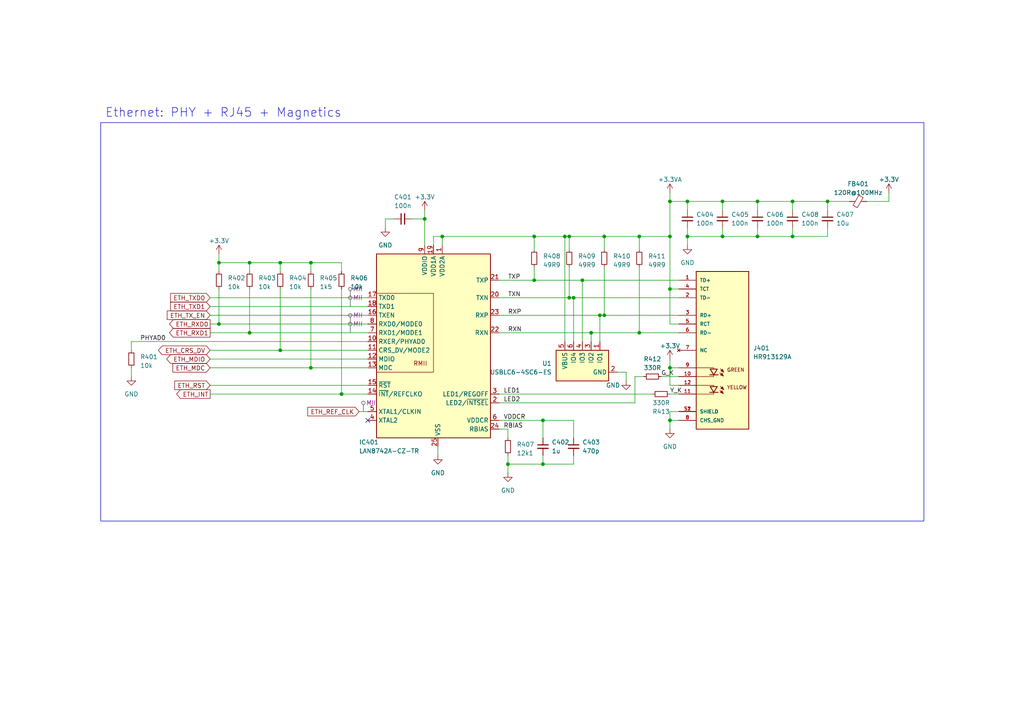
<source format=kicad_sch>
(kicad_sch (version 20230121) (generator eeschema)
  (paper "A4")
  (lib_symbols
    (symbol "Device:C_Small" (pin_numbers hide) (pin_names (offset 0.254) hide)
      (property "Reference" "C" (at 0.254 1.778 0))
      (property "Value" "C_Small" (at 0.254 -2.032 0))
      (symbol "C_Small_0_1"
        (polyline (pts (xy -1.524 -0.508) (xy 1.524 -0.508)) (stroke (width 0.3302)))
        (polyline (pts (xy -1.524 0.508) (xy 1.524 0.508)) (stroke (width 0.3048)))
      )
      (symbol "C_Small_1_1"
        (pin passive line (at 0 2.54 270) (length 2.032) (name "~") (number "1"))
        (pin passive line (at 0 -2.54 90) (length 2.032) (name "~") (number "2"))
      )
    )
    (symbol "Device:FerriteBead_Small" (pin_numbers hide) (pin_names (offset 0))
      (property "Reference" "FB" (at 1.905 1.27 0))
      (property "Value" "FerriteBead_Small" (at 1.905 -1.27 0))
      (symbol "FerriteBead_Small_0_1"
        (polyline (pts (xy 0 -1.27) (xy 0 -0.7874)))
        (polyline (pts (xy 0 0.889) (xy 0 1.2954)))
        (polyline (pts (xy -1.8288 0.2794) (xy -1.1176 1.4986) (xy 1.8288 -0.2032) (xy 1.1176 -1.4224) (xy -1.8288 0.2794)))
      )
      (symbol "FerriteBead_Small_1_1"
        (pin passive line (at 0 2.54 270) (length 1.27) (name "~") (number "1"))
        (pin passive line (at 0 -2.54 90) (length 1.27) (name "~") (number "2"))
      )
    )
    (symbol "Device:R_Small" (pin_numbers hide) (pin_names (offset 0.254) hide)
      (property "Reference" "R" (at 0.762 0.508 0))
      (property "Value" "R_Small" (at 0.762 -1.016 0))
      (symbol "R_Small_0_1"
        (rectangle (start -0.762 1.778) (end 0.762 -1.778) (stroke (width 0.2032)))
      )
      (symbol "R_Small_1_1"
        (pin passive line (at 0 2.54 270) (length 0.762) (name "~") (number "1"))
        (pin passive line (at 0 -2.54 90) (length 0.762) (name "~") (number "2"))
      )
    )
    (symbol "HR913129A:HR913129A" (pin_names (offset 1.016))
      (property "Reference" "J" (at -7.62 24.13 0))
      (property "Value" "HR913129A" (at -7.62 -24.13 0))
      (symbol "HR913129A_0_0"
        (rectangle (start -7.62 -22.86) (end 7.62 22.86) (stroke (width 0.254)) (fill (type background)))
        (polyline (pts (xy -7.62 -10.16) (xy -2.54 -10.16)) (stroke (width 0.1524)))
        (polyline (pts (xy -7.62 -5.08) (xy -2.54 -5.08)) (stroke (width 0.1524)))
        (polyline (pts (xy -3.683 -12.192) (xy -2.54 -12.192)) (stroke (width 0.254)))
        (polyline (pts (xy -3.683 -7.112) (xy -2.54 -7.112)) (stroke (width 0.254)))
        (polyline (pts (xy -3.556 -10.541) (xy -2.54 -12.192)) (stroke (width 0.254)))
        (polyline (pts (xy -3.556 -10.541) (xy -1.524 -10.541)) (stroke (width 0.254)))
        (polyline (pts (xy -3.556 -5.461) (xy -2.54 -7.112)) (stroke (width 0.254)))
        (polyline (pts (xy -3.556 -5.461) (xy -1.524 -5.461)) (stroke (width 0.254)))
        (polyline (pts (xy -2.54 -12.7) (xy -7.62 -12.7)) (stroke (width 0.1524)))
        (polyline (pts (xy -2.54 -12.319) (xy -2.54 -12.7)) (stroke (width 0.1524)))
        (polyline (pts (xy -2.54 -12.192) (xy -1.524 -10.541)) (stroke (width 0.254)))
        (polyline (pts (xy -2.54 -12.192) (xy -1.27 -12.192)) (stroke (width 0.254)))
        (polyline (pts (xy -2.54 -10.16) (xy -2.54 -10.414)) (stroke (width 0.1524)))
        (polyline (pts (xy -2.54 -7.62) (xy -7.62 -7.62)) (stroke (width 0.1524)))
        (polyline (pts (xy -2.54 -7.239) (xy -2.54 -7.62)) (stroke (width 0.1524)))
        (polyline (pts (xy -2.54 -7.112) (xy -1.524 -5.461)) (stroke (width 0.254)))
        (polyline (pts (xy -2.54 -7.112) (xy -1.27 -7.112)) (stroke (width 0.254)))
        (polyline (pts (xy -2.54 -5.08) (xy -2.54 -5.334)) (stroke (width 0.1524)))
        (polyline (pts (xy -0.762 -11.557) (xy 0.254 -12.573)) (stroke (width 0.1524)))
        (polyline (pts (xy -0.762 -6.477) (xy 0.254 -7.493)) (stroke (width 0.1524)))
        (polyline (pts (xy -0.635 -10.414) (xy 0.381 -11.43)) (stroke (width 0.1524)))
        (polyline (pts (xy -0.635 -5.334) (xy 0.381 -6.35)) (stroke (width 0.1524)))
        (polyline (pts (xy 0.254 -12.573) (xy -0.127 -11.684) (xy -0.635 -12.192) (xy 0.254 -12.573)) (stroke (width 0.1524)) (fill (type outline)))
        (polyline (pts (xy 0.254 -7.493) (xy -0.127 -6.604) (xy -0.635 -7.112) (xy 0.254 -7.493)) (stroke (width 0.1524)) (fill (type outline)))
        (polyline (pts (xy 0.381 -11.43) (xy 0 -10.541) (xy -0.508 -11.049) (xy 0.381 -11.43)) (stroke (width 0.1524)) (fill (type outline)))
        (polyline (pts (xy 0.381 -6.35) (xy 0 -5.461) (xy -0.508 -5.969) (xy 0.381 -6.35)) (stroke (width 0.1524)) (fill (type outline)))
        (text "GREEN" (at 1.27 -5.08 0) (effects (font (size 1.016 1.016)) (justify left top)))
        (text "YELLOW" (at 1.27 -10.16 0) (effects (font (size 1.016 1.016)) (justify left top)))
        (pin passive line (at -12.7 20.32 0) (length 5.08) (name "TD+") (number "1"))
        (pin passive line (at -12.7 -7.62 0) (length 5.08) (name "~") (number "10"))
        (pin passive line (at -12.7 -12.7 0) (length 5.08) (name "~") (number "11"))
        (pin passive line (at -12.7 -10.16 0) (length 5.08) (name "~") (number "12"))
        (pin passive line (at -12.7 15.24 0) (length 5.08) (name "TD-") (number "2"))
        (pin passive line (at -12.7 10.16 0) (length 5.08) (name "RD+") (number "3"))
        (pin passive line (at -12.7 17.78 0) (length 5.08) (name "TCT") (number "4"))
        (pin passive line (at -12.7 7.62 0) (length 5.08) (name "RCT") (number "5"))
        (pin passive line (at -12.7 5.08 0) (length 5.08) (name "RD-") (number "6"))
        (pin no_connect line (at -12.7 0 0) (length 5.08) (name "NC") (number "7"))
        (pin power_in line (at -12.7 -20.32 0) (length 5.08) (name "CHS_GND") (number "8"))
        (pin passive line (at -12.7 -5.08 0) (length 5.08) (name "~") (number "9"))
        (pin passive line (at -12.7 -17.78 0) (length 5.08) (name "SHIELD") (number "S1"))
        (pin passive line (at -12.7 -17.78 0) (length 5.08) (name "SHIELD") (number "S2"))
      )
    )
    (symbol "LAN8742A-CZ-TR:LAN8742A-CZ-TR"
      (property "Reference" "IC" (at 11.43 31.75 0))
      (property "Value" "LAN8742A-CZ-TR" (at 11.43 29.21 0))
      (symbol "LAN8742A-CZ-TR_0_0"
        (text "RMII" (at -3.81 -5.08 0) (effects (font (size 1.27 1.27))))
      )
      (symbol "LAN8742A-CZ-TR_0_1"
        (rectangle (start -16.51 26.67) (end 16.51 -26.67) (stroke (width 0.254)) (fill (type background)))
        (polyline (pts (xy -16.51 -7.62) (xy 0 -7.62) (xy 0 15.24) (xy -16.51 15.24)))
      )
      (symbol "LAN8742A-CZ-TR_1_1"
        (pin power_in line (at 2.54 29.21 270) (length 2.54) (name "VDD2A") (number "1"))
        (pin output line (at -19.05 1.27 0) (length 2.54) (name "RXER/PHYAD0") (number "10"))
        (pin bidirectional line (at -19.05 -1.27 0) (length 2.54) (name "CRS_DV/MODE2") (number "11"))
        (pin bidirectional line (at -19.05 -3.81 0) (length 2.54) (name "MDIO") (number "12"))
        (pin input line (at -19.05 -6.35 0) (length 2.54) (name "MDC") (number "13"))
        (pin output line (at -19.05 -13.97 0) (length 2.54) (name "~{INT}/REFCLKO") (number "14"))
        (pin input line (at -19.05 -11.43 0) (length 2.54) (name "~{RST}") (number "15"))
        (pin input line (at -19.05 8.89 0) (length 2.54) (name "TXEN") (number "16"))
        (pin input line (at -19.05 13.97 0) (length 2.54) (name "TXD0") (number "17"))
        (pin input line (at -19.05 11.43 0) (length 2.54) (name "TXD1") (number "18"))
        (pin power_in line (at 0 29.21 270) (length 2.54) (name "VDD1A") (number "19"))
        (pin bidirectional line (at 19.05 -16.51 180) (length 2.54) (name "LED2/~{INTSEL}") (number "2"))
        (pin passive line (at 19.05 13.97 180) (length 2.54) (name "TXN") (number "20"))
        (pin passive line (at 19.05 19.05 180) (length 2.54) (name "TXP") (number "21"))
        (pin passive line (at 19.05 3.81 180) (length 2.54) (name "RXN") (number "22"))
        (pin passive line (at 19.05 8.89 180) (length 2.54) (name "RXP") (number "23"))
        (pin passive line (at 19.05 -24.13 180) (length 2.54) (name "RBIAS") (number "24"))
        (pin power_in line (at 1.27 -29.21 90) (length 2.54) (name "VSS") (number "25"))
        (pin bidirectional line (at 19.05 -13.97 180) (length 2.54) (name "LED1/REGOFF") (number "3"))
        (pin output line (at -19.05 -21.59 0) (length 2.54) (name "XTAL2") (number "4"))
        (pin input line (at -19.05 -19.05 0) (length 2.54) (name "XTAL1/CLKIN") (number "5"))
        (pin power_in line (at 19.05 -21.59 180) (length 2.54) (name "VDDCR") (number "6"))
        (pin bidirectional line (at -19.05 3.81 0) (length 2.54) (name "RXD1/MODE1") (number "7"))
        (pin bidirectional line (at -19.05 6.35 0) (length 2.54) (name "RXD0/MODE0") (number "8"))
        (pin power_in line (at -2.54 29.21 270) (length 2.54) (name "VDDIO") (number "9"))
      )
    )
    (symbol "MSL_Symbols:USBLC6-4SC6-ES"
      (property "Reference" "U" (at 0 -6.35 0))
      (property "Value" "USBLC6-4SC6-ES" (at 0 -8.89 0))
      (symbol "USBLC6-4SC6-ES_1_1"
        (rectangle (start -7.62 5.08) (end 7.62 -3.81) (stroke (width 0.254)) (fill (type background)))
        (pin passive line (at -5.08 7.62 270) (length 2.54) (name "IO1") (number "1"))
        (pin passive line (at -10.16 -1.27 0) (length 2.54) (name "GND") (number "2"))
        (pin passive line (at -2.54 7.62 270) (length 2.54) (name "IO2") (number "3"))
        (pin passive line (at 0 7.62 270) (length 2.54) (name "IO3") (number "4"))
        (pin passive line (at 5.08 7.62 270) (length 2.54) (name "VBUS") (number "5"))
        (pin passive line (at 2.54 7.62 270) (length 2.54) (name "IO4") (number "6"))
      )
    )
    (symbol "power:+3.3V" (power) (pin_names (offset 0))
      (property "Value" "+3.3V" (at 0 3.556 0))
      (symbol "+3.3V_0_1"
        (polyline (pts (xy -0.762 1.27) (xy 0 2.54)))
        (polyline (pts (xy 0 0) (xy 0 2.54)))
        (polyline (pts (xy 0 2.54) (xy 0.762 1.27)))
      )
      (symbol "+3.3V_1_1"
        (pin power_in line (at 0 0 90) (length 0) hide (name "+3.3V") (number "1"))
      )
    )
    (symbol "power:+3.3VA" (power) (pin_names (offset 0))
      (property "Value" "+3.3VA" (at 0 3.556 0))
      (symbol "+3.3VA_0_1"
        (polyline (pts (xy -0.762 1.27) (xy 0 2.54)))
        (polyline (pts (xy 0 0) (xy 0 2.54)))
        (polyline (pts (xy 0 2.54) (xy 0.762 1.27)))
      )
      (symbol "+3.3VA_1_1"
        (pin power_in line (at 0 0 90) (length 0) hide (name "+3.3VA") (number "1"))
      )
    )
    (symbol "power:GND" (power) (pin_names (offset 0))
      (property "Value" "GND" (at 0 -3.81 0))
      (symbol "GND_0_1"
        (polyline (pts (xy 0 0) (xy 0 -1.27) (xy 1.27 -1.27) (xy 0 -2.54) (xy -1.27 -1.27) (xy 0 -1.27)))
      )
      (symbol "GND_1_1"
        (pin power_in line (at 0 0 270) (length 0) hide (name "GND") (number "1"))
      )
    )
  )
  (junction (at 165.1 86.36))
  (junction (at 128.27 68.58))
  (junction (at 229.87 58.42))
  (junction (at 81.28 101.6))
  (junction (at 154.94 68.58))
  (junction (at 99.06 114.3))
  (junction (at 147.32 134.62))
  (junction (at 209.55 68.58))
  (junction (at 157.48 121.92))
  (junction (at 185.42 96.52))
  (junction (at 168.91 81.28))
  (junction (at 194.31 106.68))
  (junction (at 154.94 81.28))
  (junction (at 171.45 96.52))
  (junction (at 199.39 58.42))
  (junction (at 175.26 91.44))
  (junction (at 90.17 106.68))
  (junction (at 173.99 91.44))
  (junction (at 72.39 76.2))
  (junction (at 175.26 68.58))
  (junction (at 194.31 83.82))
  (junction (at 219.71 58.42))
  (junction (at 72.39 96.52))
  (junction (at 165.1 68.58))
  (junction (at 194.31 68.58))
  (junction (at 166.37 86.36))
  (junction (at 157.48 134.62))
  (junction (at 194.31 121.92))
  (junction (at 240.03 58.42))
  (junction (at 199.39 68.58))
  (junction (at 219.71 68.58))
  (junction (at 185.42 68.58))
  (junction (at 81.28 76.2))
  (junction (at 63.5 93.98))
  (junction (at 90.17 76.2))
  (junction (at 194.31 58.42))
  (junction (at 123.19 63.5))
  (junction (at 229.87 68.58))
  (junction (at 63.5 76.2))
  (junction (at 163.83 68.58))
  (junction (at 209.55 58.42))
  (no_connect (at 106.68 121.92))
  (wire (pts (xy 194.31 93.98) (xy 194.31 83.82)))
  (wire (pts (xy 196.85 93.98) (xy 194.31 93.98)))
  (wire (pts (xy 125.73 68.58) (xy 128.27 68.58)))
  (wire (pts (xy 199.39 68.58) (xy 209.55 68.58)))
  (wire (pts (xy 60.96 101.6) (xy 81.28 101.6)))
  (wire (pts (xy 63.5 83.82) (xy 63.5 93.98)))
  (wire (pts (xy 81.28 83.82) (xy 81.28 101.6)))
  (wire (pts (xy 209.55 66.04) (xy 209.55 68.58)))
  (wire (pts (xy 72.39 83.82) (xy 72.39 96.52)))
  (wire (pts (xy 185.42 77.47) (xy 185.42 96.52)))
  (wire (pts (xy 194.31 119.38) (xy 194.31 121.92)))
  (wire (pts (xy 194.31 58.42) (xy 199.39 58.42)))
  (wire (pts (xy 175.26 91.44) (xy 196.85 91.44)))
  (wire (pts (xy 166.37 127) (xy 166.37 121.92)))
  (wire (pts (xy 173.99 91.44) (xy 173.99 99.06)))
  (wire (pts (xy 219.71 68.58) (xy 209.55 68.58)))
  (wire (pts (xy 99.06 76.2) (xy 90.17 76.2)))
  (wire (pts (xy 173.99 91.44) (xy 175.26 91.44)))
  (wire (pts (xy 166.37 86.36) (xy 166.37 99.06)))
  (wire (pts (xy 165.1 68.58) (xy 175.26 68.58)))
  (wire (pts (xy 209.55 58.42) (xy 219.71 58.42)))
  (wire (pts (xy 99.06 78.74) (xy 99.06 76.2)))
  (wire (pts (xy 240.03 66.04) (xy 240.03 68.58)))
  (wire (pts (xy 199.39 58.42) (xy 209.55 58.42)))
  (wire (pts (xy 144.78 91.44) (xy 173.99 91.44)))
  (wire (pts (xy 147.32 127) (xy 147.32 124.46)))
  (wire (pts (xy 144.78 96.52) (xy 171.45 96.52)))
  (wire (pts (xy 157.48 127) (xy 157.48 121.92)))
  (wire (pts (xy 104.14 119.38) (xy 106.68 119.38)))
  (wire (pts (xy 147.32 134.62) (xy 147.32 137.16)))
  (wire (pts (xy 157.48 134.62) (xy 147.32 134.62)))
  (wire (pts (xy 60.96 106.68) (xy 90.17 106.68)))
  (wire (pts (xy 219.71 58.42) (xy 229.87 58.42)))
  (wire (pts (xy 60.96 86.36) (xy 106.68 86.36)))
  (wire (pts (xy 196.85 83.82) (xy 194.31 83.82)))
  (wire (pts (xy 229.87 66.04) (xy 229.87 68.58)))
  (wire (pts (xy 144.78 121.92) (xy 157.48 121.92)))
  (wire (pts (xy 194.31 111.76) (xy 194.31 106.68)))
  (wire (pts (xy 194.31 68.58) (xy 185.42 68.58)))
  (wire (pts (xy 184.15 109.22) (xy 184.15 116.84)))
  (wire (pts (xy 194.31 58.42) (xy 194.31 68.58)))
  (wire (pts (xy 128.27 68.58) (xy 154.94 68.58)))
  (wire (pts (xy 154.94 77.47) (xy 154.94 81.28)))
  (wire (pts (xy 125.73 71.12) (xy 125.73 68.58)))
  (wire (pts (xy 257.81 55.88) (xy 257.81 58.42)))
  (wire (pts (xy 175.26 68.58) (xy 185.42 68.58)))
  (wire (pts (xy 229.87 58.42) (xy 240.03 58.42)))
  (wire (pts (xy 119.38 63.5) (xy 123.19 63.5)))
  (wire (pts (xy 199.39 66.04) (xy 199.39 68.58)))
  (wire (pts (xy 38.1 99.06) (xy 38.1 101.6)))
  (wire (pts (xy 175.26 68.58) (xy 175.26 72.39)))
  (wire (pts (xy 38.1 106.68) (xy 38.1 109.22)))
  (wire (pts (xy 111.76 63.5) (xy 111.76 66.04)))
  (wire (pts (xy 72.39 76.2) (xy 63.5 76.2)))
  (wire (pts (xy 81.28 76.2) (xy 72.39 76.2)))
  (wire (pts (xy 209.55 58.42) (xy 209.55 60.96)))
  (wire (pts (xy 60.96 114.3) (xy 99.06 114.3)))
  (wire (pts (xy 163.83 68.58) (xy 165.1 68.58)))
  (wire (pts (xy 219.71 58.42) (xy 219.71 60.96)))
  (wire (pts (xy 60.96 88.9) (xy 106.68 88.9)))
  (wire (pts (xy 81.28 76.2) (xy 81.28 78.74)))
  (wire (pts (xy 184.15 116.84) (xy 144.78 116.84)))
  (wire (pts (xy 194.31 83.82) (xy 194.31 68.58)))
  (wire (pts (xy 171.45 96.52) (xy 171.45 99.06)))
  (wire (pts (xy 219.71 66.04) (xy 219.71 68.58)))
  (wire (pts (xy 194.31 119.38) (xy 196.85 119.38)))
  (wire (pts (xy 229.87 58.42) (xy 229.87 60.96)))
  (wire (pts (xy 127 129.54) (xy 127 132.08)))
  (wire (pts (xy 171.45 96.52) (xy 185.42 96.52)))
  (wire (pts (xy 166.37 134.62) (xy 157.48 134.62)))
  (wire (pts (xy 99.06 83.82) (xy 99.06 114.3)))
  (wire (pts (xy 72.39 96.52) (xy 106.68 96.52)))
  (wire (pts (xy 166.37 132.08) (xy 166.37 134.62)))
  (wire (pts (xy 154.94 68.58) (xy 154.94 72.39)))
  (wire (pts (xy 196.85 111.76) (xy 194.31 111.76)))
  (wire (pts (xy 185.42 96.52) (xy 196.85 96.52)))
  (wire (pts (xy 154.94 81.28) (xy 168.91 81.28)))
  (wire (pts (xy 229.87 68.58) (xy 219.71 68.58)))
  (wire (pts (xy 181.61 107.95) (xy 181.61 110.49)))
  (wire (pts (xy 194.31 104.14) (xy 194.31 106.68)))
  (wire (pts (xy 240.03 58.42) (xy 240.03 60.96)))
  (wire (pts (xy 60.96 104.14) (xy 106.68 104.14)))
  (wire (pts (xy 81.28 101.6) (xy 106.68 101.6)))
  (wire (pts (xy 111.76 63.5) (xy 114.3 63.5)))
  (wire (pts (xy 246.38 58.42) (xy 240.03 58.42)))
  (wire (pts (xy 63.5 93.98) (xy 106.68 93.98)))
  (wire (pts (xy 60.96 96.52) (xy 72.39 96.52)))
  (wire (pts (xy 154.94 68.58) (xy 163.83 68.58)))
  (wire (pts (xy 60.96 93.98) (xy 63.5 93.98)))
  (wire (pts (xy 168.91 99.06) (xy 168.91 81.28)))
  (wire (pts (xy 194.31 55.88) (xy 194.31 58.42)))
  (wire (pts (xy 175.26 77.47) (xy 175.26 91.44)))
  (wire (pts (xy 63.5 73.66) (xy 63.5 76.2)))
  (wire (pts (xy 257.81 58.42) (xy 251.46 58.42)))
  (wire (pts (xy 191.77 109.22) (xy 196.85 109.22)))
  (wire (pts (xy 90.17 106.68) (xy 106.68 106.68)))
  (wire (pts (xy 165.1 86.36) (xy 166.37 86.36)))
  (wire (pts (xy 199.39 68.58) (xy 199.39 71.12)))
  (wire (pts (xy 229.87 68.58) (xy 240.03 68.58)))
  (wire (pts (xy 128.27 68.58) (xy 128.27 71.12)))
  (wire (pts (xy 106.68 99.06) (xy 38.1 99.06)))
  (wire (pts (xy 90.17 76.2) (xy 90.17 78.74)))
  (wire (pts (xy 165.1 68.58) (xy 165.1 72.39)))
  (wire (pts (xy 144.78 81.28) (xy 154.94 81.28)))
  (wire (pts (xy 144.78 86.36) (xy 165.1 86.36)))
  (wire (pts (xy 163.83 68.58) (xy 163.83 99.06)))
  (wire (pts (xy 166.37 121.92) (xy 157.48 121.92)))
  (wire (pts (xy 199.39 58.42) (xy 199.39 60.96)))
  (wire (pts (xy 90.17 83.82) (xy 90.17 106.68)))
  (wire (pts (xy 123.19 60.96) (xy 123.19 63.5)))
  (wire (pts (xy 194.31 121.92) (xy 196.85 121.92)))
  (wire (pts (xy 72.39 78.74) (xy 72.39 76.2)))
  (wire (pts (xy 179.07 107.95) (xy 181.61 107.95)))
  (wire (pts (xy 60.96 111.76) (xy 106.68 111.76)))
  (wire (pts (xy 147.32 124.46) (xy 144.78 124.46)))
  (wire (pts (xy 166.37 86.36) (xy 196.85 86.36)))
  (wire (pts (xy 123.19 63.5) (xy 123.19 71.12)))
  (wire (pts (xy 60.96 91.44) (xy 106.68 91.44)))
  (wire (pts (xy 185.42 68.58) (xy 185.42 72.39)))
  (wire (pts (xy 157.48 132.08) (xy 157.48 134.62)))
  (wire (pts (xy 63.5 76.2) (xy 63.5 78.74)))
  (wire (pts (xy 168.91 81.28) (xy 196.85 81.28)))
  (wire (pts (xy 147.32 132.08) (xy 147.32 134.62)))
  (wire (pts (xy 194.31 114.3) (xy 196.85 114.3)))
  (wire (pts (xy 194.31 106.68) (xy 196.85 106.68)))
  (wire (pts (xy 194.31 121.92) (xy 194.31 124.46)))
  (wire (pts (xy 90.17 76.2) (xy 81.28 76.2)))
  (wire (pts (xy 165.1 77.47) (xy 165.1 86.36)))
  (wire (pts (xy 186.69 109.22) (xy 184.15 109.22)))
  (wire (pts (xy 99.06 114.3) (xy 106.68 114.3)))
  (wire (pts (xy 144.78 114.3) (xy 189.23 114.3)))
  (rectangle (start 29.21 35.56) (end 267.97 151.13))
  (text "Ethernet: PHY + RJ45 + Magnetics" (at 30.48 34.29 0) (effects (font (size 2.54 2.54)) (justify left bottom)))
  (label "RXP" (at 147.32 91.44 0))
  (label "RXN" (at 147.32 96.52 0))
  (label "VDDCR" (at 146.05 121.92 0))
  (label "LED2" (at 146.05 116.84 0))
  (label "LED1" (at 146.05 114.3 0))
  (label "TXP" (at 147.32 81.28 0))
  (label "PHYAD0" (at 40.64 99.06 0))
  (label "RBIAS" (at 146.05 124.46 0))
  (label "TXN" (at 147.32 86.36 0))
  (label "G_K" (at 191.77 109.22 0))
  (label "Y_K" (at 194.31 114.3 0))
  (global_label "ETH_MDC" (shape input) (at 60.96 106.68 180) (property "Intersheetrefs" "${INTERSHEET_REFS}" (effects hide)))
  (global_label "ETH_INT" (shape output) (at 60.96 114.3 180) (property "Intersheetrefs" "${INTERSHEET_REFS}" (effects hide)))
  (global_label "ETH_RXD1" (shape output) (at 60.96 96.52 180) (property "Intersheetrefs" "${INTERSHEET_REFS}" (effects hide)))
  (global_label "ETH_RXD0" (shape output) (at 60.96 93.98 180) (property "Intersheetrefs" "${INTERSHEET_REFS}" (effects hide)))
  (global_label "ETH_TXD1" (shape input) (at 60.96 88.9 180) (property "Intersheetrefs" "${INTERSHEET_REFS}" (effects hide)))
  (global_label "ETH_CRS_DV" (shape bidirectional) (at 60.96 101.6 180) (property "Intersheetrefs" "${INTERSHEET_REFS}" (effects hide)))
  (global_label "ETH_REF_CLK" (shape input) (at 104.14 119.38 180) (property "Intersheetrefs" "${INTERSHEET_REFS}" (effects hide)))
  (global_label "ETH_TXD0" (shape input) (at 60.96 86.36 180) (property "Intersheetrefs" "${INTERSHEET_REFS}" (effects hide)))
  (global_label "ETH_RST" (shape input) (at 60.96 111.76 180) (property "Intersheetrefs" "${INTERSHEET_REFS}" (effects hide)))
  (global_label "ETH_MDIO" (shape bidirectional) (at 60.96 104.14 180) (property "Intersheetrefs" "${INTERSHEET_REFS}" (effects hide)))
  (global_label "ETH_TX_EN" (shape input) (at 60.96 91.44 180) (property "Intersheetrefs" "${INTERSHEET_REFS}" (effects hide)))
  (netclass_flag "" (length 2.54) (shape round) (at 101.6 86.36 0) (property "Netclass" "MII" (at 102.2985 83.82 0) (effects (font italic) (justify left))))
  (netclass_flag "" (length 2.54) (shape round) (at 101.6 88.9 0) (property "Netclass" "MII" (at 102.2985 86.36 0) (effects (font italic) (justify left))))
  (netclass_flag "" (length 2.54) (shape round) (at 101.6 96.52 0) (property "Netclass" "MII" (at 102.2985 93.98 0) (effects (font italic) (justify left))))
  (netclass_flag "" (length 2.54) (shape round) (at 105.41 119.38 0) (property "Netclass" "MII" (at 106.1085 116.84 0) (effects (font italic) (justify left))))
  (netclass_flag "" (length 2.54) (shape round) (at 101.6 93.98 0) (property "Netclass" "MII" (at 102.2985 91.44 0) (effects (font italic) (justify left))))
  (symbol (lib_id "power:GND") (at 147.32 137.16 0) (unit 1)
    (property "Reference" "#PWR0406" (effects hide))
    (property "Value" "GND" (at 147.32 142.24 0))
  )
  (symbol (lib_id "LAN8742A-CZ-TR:LAN8742A-CZ-TR") (at 125.73 100.33 0) (unit 1)
    (property "Reference" "IC401" (at 104.14 128.27 0) (effects (justify left)))
    (property "Value" "LAN8742A-CZ-TR" (at 104.14 130.81 0) (effects (justify left)))
    (property "Footprint" "QFN50P400X400X100-25N-D" (effects hide))
    (property "Datasheet" "http://ww1.microchip.com/downloads/en/DeviceDoc/8742a.pdf" (effects hide))
    (property "Height" "1" (effects hide))
    (property "Manufacturer_Name" "Microchip" (effects hide))
    (property "Manufacturer_Part_Number" "LAN8742A-CZ-TR" (effects hide))
    (property "Mouser Part Number" "579-LAN8742A-CZ-TR" (effects hide))
    (property "Mouser Price/Stock" "https://www.mouser.co.uk/ProductDetail/Microchip-Technology/LAN8742A-CZ-TR?qs=6qKXPk0vzx0Y6uPCt7MXWw%3D%3D" (effects hide))
    (property "Arrow Part Number" "LAN8742A-CZ-TR" (effects hide))
    (property "Arrow Price/Stock" "https://www.arrow.com/en/products/lan8742a-cz-tr/microchip-technology?region=europe" (effects hide))
  )
  (symbol (lib_id "Device:R_Small") (at 189.23 109.22 90) (unit 1)
    (property "Reference" "R412" (at 189.23 104.14 90))
    (property "Value" "330R" (at 189.23 106.68 90))
    (property "Footprint" "Resistor_SMD:R_0402_1005Metric" (effects hide))
  )
  (symbol (lib_id "Device:R_Small") (at 63.5 81.28 0) (unit 1)
    (property "Reference" "R402" (at 66.04 80.645 0) (effects (justify left)))
    (property "Value" "10k" (at 66.04 83.185 0) (effects (justify left)))
    (property "Footprint" "Resistor_SMD:R_0402_1005Metric" (effects hide))
  )
  (symbol (lib_id "power:+3.3V") (at 194.31 104.14 0) (unit 1)
    (property "Reference" "#PWR0409" (effects hide))
    (property "Value" "+3.3V" (at 194.31 100.33 0))
  )
  (symbol (lib_id "power:GND") (at 194.31 124.46 0) (unit 1)
    (property "Reference" "#PWR0410" (effects hide))
    (property "Value" "GND" (at 194.31 129.54 0))
  )
  (symbol (lib_id "Device:R_Small") (at 191.77 114.3 90) (mirror x) (unit 1)
    (property "Reference" "R413" (at 191.77 119.38 90))
    (property "Value" "330R" (at 191.77 116.84 90))
    (property "Footprint" "Resistor_SMD:R_0402_1005Metric" (effects hide))
  )
  (symbol (lib_id "power:+3.3V") (at 63.5 73.66 0) (unit 1)
    (property "Reference" "#PWR0402" (effects hide))
    (property "Value" "+3.3V" (at 63.5 69.85 0))
  )
  (symbol (lib_id "Device:C_Small") (at 199.39 63.5 0) (unit 1)
    (property "Reference" "C404" (at 201.93 62.23 0) (effects (justify left)))
    (property "Value" "100n" (at 201.93 64.77 0) (effects (justify left)))
    (property "Footprint" "Capacitor_SMD:C_0402_1005Metric" (effects hide))
  )
  (symbol (lib_id "HR913129A:HR913129A") (at 209.55 101.6 0) (unit 1)
    (property "Reference" "J401" (at 218.44 100.965 0) (effects (justify left)))
    (property "Value" "HR913129A" (at 218.44 103.505 0) (effects (justify left)))
    (property "Footprint" "MSL Footprints:HANRUN_HR913129A" (effects hide))
    (property "PARTREV" "00" (effects hide))
    (property "MANUFACTURER" "HanRun" (effects hide))
    (property "MAXIMUM_PACKAGE_HEIGHT" "13.75mm" (effects hide))
    (property "STANDARD" "Manufacturer Recommendations" (effects hide))
  )
  (symbol (lib_id "Device:R_Small") (at 72.39 81.28 0) (unit 1)
    (property "Reference" "R403" (at 74.93 80.645 0) (effects (justify left)))
    (property "Value" "10k" (at 74.93 83.185 0) (effects (justify left)))
    (property "Footprint" "Resistor_SMD:R_0402_1005Metric" (effects hide))
  )
  (symbol (lib_id "Device:R_Small") (at 147.32 129.54 0) (unit 1)
    (property "Reference" "R407" (at 149.86 128.905 0) (effects (justify left)))
    (property "Value" "12k1" (at 149.86 131.445 0) (effects (justify left)))
    (property "Footprint" "Resistor_SMD:R_0402_1005Metric" (effects hide))
  )
  (symbol (lib_id "power:GND") (at 199.39 71.12 0) (unit 1)
    (property "Reference" "#PWR0411" (effects hide))
    (property "Value" "GND" (at 199.39 76.2 0))
  )
  (symbol (lib_id "Device:R_Small") (at 165.1 74.93 0) (unit 1)
    (property "Reference" "R409" (at 167.64 74.295 0) (effects (justify left)))
    (property "Value" "49R9" (at 167.64 76.835 0) (effects (justify left)))
    (property "Footprint" "Resistor_SMD:R_0402_1005Metric" (effects hide))
  )
  (symbol (lib_id "Device:R_Small") (at 175.26 74.93 0) (unit 1)
    (property "Reference" "R410" (at 177.8 74.295 0) (effects (justify left)))
    (property "Value" "49R9" (at 177.8 76.835 0) (effects (justify left)))
    (property "Footprint" "Resistor_SMD:R_0402_1005Metric" (effects hide))
  )
  (symbol (lib_id "Device:R_Small") (at 90.17 81.28 0) (unit 1)
    (property "Reference" "R405" (at 92.71 80.645 0) (effects (justify left)))
    (property "Value" "1k5" (at 92.71 83.185 0) (effects (justify left)))
    (property "Footprint" "Resistor_SMD:R_0402_1005Metric" (effects hide))
  )
  (symbol (lib_id "Device:R_Small") (at 81.28 81.28 0) (unit 1)
    (property "Reference" "R404" (at 83.82 80.645 0) (effects (justify left)))
    (property "Value" "10k" (at 83.82 83.185 0) (effects (justify left)))
    (property "Footprint" "Resistor_SMD:R_0402_1005Metric" (effects hide))
  )
  (symbol (lib_id "power:+3.3V") (at 123.19 60.96 0) (unit 1)
    (property "Reference" "#PWR0404" (effects hide))
    (property "Value" "+3.3V" (at 123.19 57.15 0))
  )
  (symbol (lib_id "Device:R_Small") (at 185.42 74.93 0) (unit 1)
    (property "Reference" "R411" (at 187.96 74.295 0) (effects (justify left)))
    (property "Value" "49R9" (at 187.96 76.835 0) (effects (justify left)))
    (property "Footprint" "Resistor_SMD:R_0402_1005Metric" (effects hide))
  )
  (symbol (lib_id "Device:C_Small") (at 209.55 63.5 0) (unit 1)
    (property "Reference" "C405" (at 212.09 62.23 0) (effects (justify left)))
    (property "Value" "100n" (at 212.09 64.77 0) (effects (justify left)))
    (property "Footprint" "Capacitor_SMD:C_0402_1005Metric" (effects hide))
  )
  (symbol (lib_id "Device:C_Small") (at 219.71 63.5 0) (unit 1)
    (property "Reference" "C406" (at 222.25 62.23 0) (effects (justify left)))
    (property "Value" "100n" (at 222.25 64.77 0) (effects (justify left)))
    (property "Footprint" "Capacitor_SMD:C_0402_1005Metric" (effects hide))
  )
  (symbol (lib_id "power:+3.3V") (at 257.81 55.88 0) (unit 1)
    (property "Reference" "#PWR0412" (effects hide))
    (property "Value" "+3.3V" (at 257.81 52.07 0))
  )
  (symbol (lib_id "Device:C_Small") (at 229.87 63.5 0) (unit 1)
    (property "Reference" "C408" (at 232.41 62.23 0) (effects (justify left)))
    (property "Value" "100n" (at 232.41 64.77 0) (effects (justify left)))
    (property "Footprint" "Capacitor_SMD:C_0402_1005Metric" (effects hide))
  )
  (symbol (lib_id "power:GND") (at 111.76 66.04 0) (unit 1)
    (property "Reference" "#PWR0403" (effects hide))
    (property "Value" "GND" (at 111.76 71.12 0))
  )
  (symbol (lib_id "Device:C_Small") (at 116.84 63.5 90) (unit 1)
    (property "Reference" "C401" (at 116.84 57.15 90))
    (property "Value" "100n" (at 116.84 59.69 90))
    (property "Footprint" "Capacitor_SMD:C_0402_1005Metric" (effects hide))
  )
  (symbol (lib_id "Device:C_Small") (at 240.03 63.5 0) (unit 1)
    (property "Reference" "C407" (at 242.57 62.23 0) (effects (justify left)))
    (property "Value" "10u" (at 242.57 64.77 0) (effects (justify left)))
    (property "Footprint" "Capacitor_SMD:C_0402_1005Metric" (effects hide))
  )
  (symbol (lib_id "power:+3.3VA") (at 194.31 55.88 0) (unit 1)
    (property "Reference" "#PWR0408" (effects hide))
    (property "Value" "+3.3VA" (at 194.31 52.07 0))
  )
  (symbol (lib_id "Device:C_Small") (at 166.37 129.54 0) (unit 1)
    (property "Reference" "C403" (at 168.91 128.27 0) (effects (justify left)))
    (property "Value" "470p" (at 168.91 130.81 0) (effects (justify left)))
    (property "Footprint" "Capacitor_SMD:C_0402_1005Metric" (effects hide))
  )
  (symbol (lib_id "Device:R_Small") (at 154.94 74.93 0) (unit 1)
    (property "Reference" "R408" (at 157.48 74.295 0) (effects (justify left)))
    (property "Value" "49R9" (at 157.48 76.835 0) (effects (justify left)))
    (property "Footprint" "Resistor_SMD:R_0402_1005Metric" (effects hide))
  )
  (symbol (lib_id "power:GND") (at 181.61 110.49 0) (unit 1)
    (property "Reference" "#PWR0407" (effects hide))
    (property "Value" "GND" (at 177.8 111.76 0))
  )
  (symbol (lib_id "MSL_Symbols:USBLC6-4SC6-ES") (at 168.91 106.68 0) (mirror y) (unit 1)
    (property "Reference" "U1" (at 160.02 105.41 0) (effects (justify left)))
    (property "Value" "USBLC6-4SC6-ES" (at 160.02 107.95 0) (effects (justify left)))
    (property "Footprint" "Package_TO_SOT_SMD:SOT-23-6" (effects hide))
    (property "Datasheet" "https://datasheet.lcsc.com/lcsc/2209201730_ElecSuper-USBLC6-4SC6-ES_C5180279.pdf" (effects hide))
    (instances (project "Gateway Board" (path "" (reference "U1") (unit 1)) (path "" (reference "U401") (unit 1))))
  )
  (symbol (lib_id "Device:FerriteBead_Small") (at 248.92 58.42 90) (unit 1)
    (property "Reference" "FB401" (at 248.8819 53.34 90))
    (property "Value" "120R@100MHz" (at 248.8819 55.88 90))
    (property "Footprint" "Resistor_SMD:R_0402_1005Metric" (effects hide))
  )
  (symbol (lib_id "Device:R_Small") (at 38.1 104.14 0) (unit 1)
    (property "Reference" "R401" (at 40.64 103.505 0) (effects (justify left)))
    (property "Value" "10k" (at 40.64 106.045 0) (effects (justify left)))
    (property "Footprint" "Resistor_SMD:R_0402_1005Metric" (effects hide))
  )
  (symbol (lib_id "power:GND") (at 38.1 109.22 0) (unit 1)
    (property "Reference" "#PWR0401" (effects hide))
    (property "Value" "GND" (at 38.1 114.3 0))
  )
  (symbol (lib_id "power:GND") (at 127 132.08 0) (unit 1)
    (property "Reference" "#PWR0405" (effects hide))
    (property "Value" "GND" (at 127 137.16 0))
  )
  (symbol (lib_id "Device:R_Small") (at 99.06 81.28 0) (unit 1)
    (property "Reference" "R406" (at 101.6 80.645 0) (effects (justify left)))
    (property "Value" "10k" (at 101.6 83.185 0) (effects (justify left)))
    (property "Footprint" "Resistor_SMD:R_0402_1005Metric" (effects hide))
  )
  (symbol (lib_id "Device:C_Small") (at 157.48 129.54 0) (unit 1)
    (property "Reference" "C402" (at 160.02 128.27 0) (effects (justify left)))
    (property "Value" "1u" (at 160.02 130.81 0) (effects (justify left)))
    (property "Footprint" "Capacitor_SMD:C_0402_1005Metric" (effects hide))
  )
)
</source>
